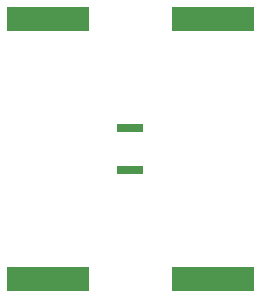
<source format=gbr>
%TF.GenerationSoftware,Altium Limited,Altium Designer,18.1.9 (240)*%
G04 Layer_Color=8421504*
%FSLAX45Y45*%
%MOMM*%
%TF.FileFunction,Paste,Top*%
%TF.Part,Single*%
G01*
G75*
%TA.AperFunction,SMDPad,CuDef*%
%ADD10R,2.20000X0.80000*%
%ADD11R,7.00000X2.00000*%
D10*
X1100000Y1775000D02*
D03*
Y1425000D02*
D03*
D11*
X400000Y2702847D02*
D03*
Y502847D02*
D03*
X1800000Y2700000D02*
D03*
Y500000D02*
D03*
%TF.MD5,037fd7a1098327fc383ddd98f6593e59*%
M02*

</source>
